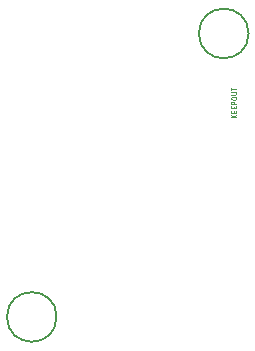
<source format=gbr>
%TF.GenerationSoftware,KiCad,Pcbnew,7.0.8*%
%TF.CreationDate,2023-12-17T14:45:35+01:00*%
%TF.ProjectId,night_light,6e696768-745f-46c6-9967-68742e6b6963,rev?*%
%TF.SameCoordinates,Original*%
%TF.FileFunction,Other,Comment*%
%FSLAX46Y46*%
G04 Gerber Fmt 4.6, Leading zero omitted, Abs format (unit mm)*
G04 Created by KiCad (PCBNEW 7.0.8) date 2023-12-17 14:45:35*
%MOMM*%
%LPD*%
G01*
G04 APERTURE LIST*
%ADD10C,0.070000*%
%ADD11C,0.150000*%
G04 APERTURE END LIST*
D10*
X130181407Y-115113095D02*
X129781407Y-115113095D01*
X130181407Y-114884524D02*
X129952836Y-115055953D01*
X129781407Y-114884524D02*
X130009979Y-115113095D01*
X129971883Y-114713095D02*
X129971883Y-114579762D01*
X130181407Y-114522619D02*
X130181407Y-114713095D01*
X130181407Y-114713095D02*
X129781407Y-114713095D01*
X129781407Y-114713095D02*
X129781407Y-114522619D01*
X129971883Y-114351190D02*
X129971883Y-114217857D01*
X130181407Y-114160714D02*
X130181407Y-114351190D01*
X130181407Y-114351190D02*
X129781407Y-114351190D01*
X129781407Y-114351190D02*
X129781407Y-114160714D01*
X130181407Y-113989285D02*
X129781407Y-113989285D01*
X129781407Y-113989285D02*
X129781407Y-113836904D01*
X129781407Y-113836904D02*
X129800455Y-113798809D01*
X129800455Y-113798809D02*
X129819502Y-113779762D01*
X129819502Y-113779762D02*
X129857598Y-113760714D01*
X129857598Y-113760714D02*
X129914740Y-113760714D01*
X129914740Y-113760714D02*
X129952836Y-113779762D01*
X129952836Y-113779762D02*
X129971883Y-113798809D01*
X129971883Y-113798809D02*
X129990931Y-113836904D01*
X129990931Y-113836904D02*
X129990931Y-113989285D01*
X129781407Y-113513095D02*
X129781407Y-113436904D01*
X129781407Y-113436904D02*
X129800455Y-113398809D01*
X129800455Y-113398809D02*
X129838550Y-113360714D01*
X129838550Y-113360714D02*
X129914740Y-113341666D01*
X129914740Y-113341666D02*
X130048074Y-113341666D01*
X130048074Y-113341666D02*
X130124264Y-113360714D01*
X130124264Y-113360714D02*
X130162360Y-113398809D01*
X130162360Y-113398809D02*
X130181407Y-113436904D01*
X130181407Y-113436904D02*
X130181407Y-113513095D01*
X130181407Y-113513095D02*
X130162360Y-113551190D01*
X130162360Y-113551190D02*
X130124264Y-113589285D01*
X130124264Y-113589285D02*
X130048074Y-113608333D01*
X130048074Y-113608333D02*
X129914740Y-113608333D01*
X129914740Y-113608333D02*
X129838550Y-113589285D01*
X129838550Y-113589285D02*
X129800455Y-113551190D01*
X129800455Y-113551190D02*
X129781407Y-113513095D01*
X129781407Y-113170237D02*
X130105217Y-113170237D01*
X130105217Y-113170237D02*
X130143312Y-113151190D01*
X130143312Y-113151190D02*
X130162360Y-113132142D01*
X130162360Y-113132142D02*
X130181407Y-113094047D01*
X130181407Y-113094047D02*
X130181407Y-113017856D01*
X130181407Y-113017856D02*
X130162360Y-112979761D01*
X130162360Y-112979761D02*
X130143312Y-112960714D01*
X130143312Y-112960714D02*
X130105217Y-112941666D01*
X130105217Y-112941666D02*
X129781407Y-112941666D01*
X129781407Y-112808332D02*
X129781407Y-112579761D01*
X130181407Y-112694047D02*
X129781407Y-112694047D01*
D11*
%TO.C,H2*%
X131225000Y-108000000D02*
G75*
G03*
X131225000Y-108000000I-2100000J0D01*
G01*
%TO.C,H1*%
X114975000Y-132000000D02*
G75*
G03*
X114975000Y-132000000I-2100000J0D01*
G01*
%TD*%
M02*

</source>
